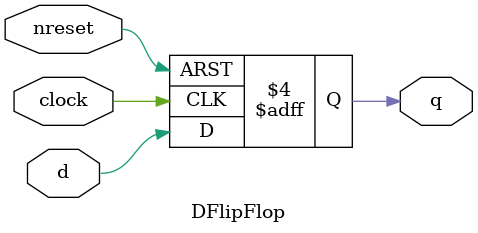
<source format=v>
`timescale 1ns / 1ps


module DFlipFlop(
    output reg q,
    input d,
    input nreset,
    input clock 
    );
    
    initial begin
        q<=0;
    end
    
    always @(posedge clock or negedge nreset) begin
        if (nreset == 0) begin
            q<=0;
        end else begin
            q<=d;
        end
    end
    
endmodule

</source>
